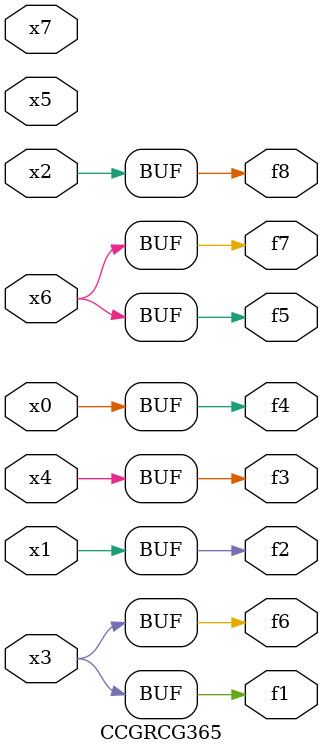
<source format=v>
module CCGRCG365(
	input x0, x1, x2, x3, x4, x5, x6, x7,
	output f1, f2, f3, f4, f5, f6, f7, f8
);
	assign f1 = x3;
	assign f2 = x1;
	assign f3 = x4;
	assign f4 = x0;
	assign f5 = x6;
	assign f6 = x3;
	assign f7 = x6;
	assign f8 = x2;
endmodule

</source>
